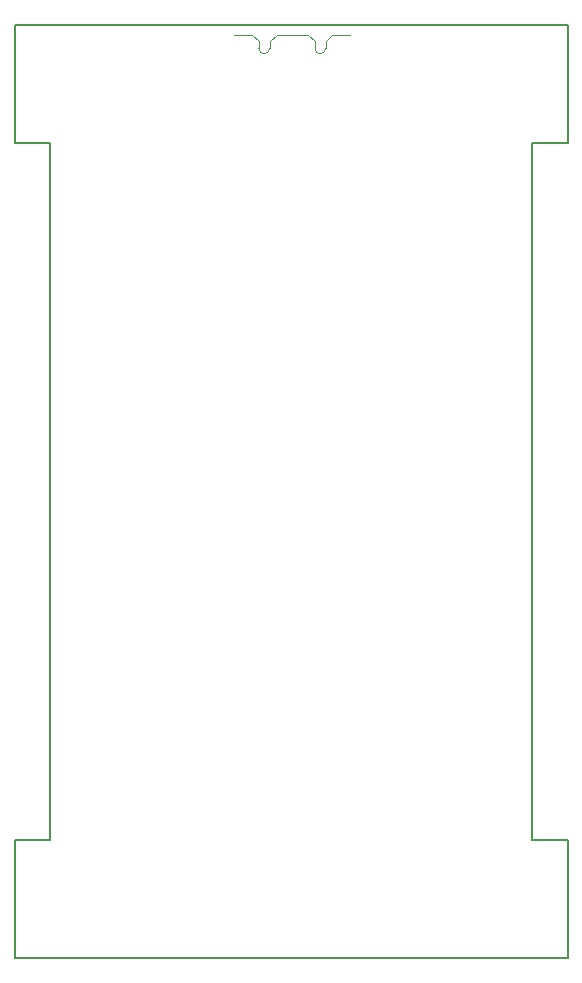
<source format=gbr>
%TF.GenerationSoftware,KiCad,Pcbnew,(6.0.6)*%
%TF.CreationDate,2022-08-01T23:51:55-07:00*%
%TF.ProjectId,Smart Floor Register,536d6172-7420-4466-9c6f-6f7220526567,rev?*%
%TF.SameCoordinates,Original*%
%TF.FileFunction,Profile,NP*%
%FSLAX46Y46*%
G04 Gerber Fmt 4.6, Leading zero omitted, Abs format (unit mm)*
G04 Created by KiCad (PCBNEW (6.0.6)) date 2022-08-01 23:51:55*
%MOMM*%
%LPD*%
G01*
G04 APERTURE LIST*
%TA.AperFunction,Profile*%
%ADD10C,0.200000*%
%TD*%
%TA.AperFunction,Profile*%
%ADD11C,0.010000*%
%TD*%
G04 APERTURE END LIST*
D10*
X147106400Y-137033876D02*
X147106400Y-147033876D01*
X100330000Y-67978000D02*
X100330000Y-77978000D01*
X147106400Y-67978000D02*
X147106400Y-77978000D01*
X100330000Y-137033876D02*
X103330000Y-137033876D01*
X144106400Y-137033876D02*
X144106400Y-77978000D01*
X100330000Y-137033876D02*
X103330000Y-137033876D01*
X147106400Y-147033876D02*
X100330000Y-147033876D01*
X144106400Y-137033876D02*
X144106400Y-77978000D01*
X100330000Y-67978000D02*
X147106400Y-67978000D01*
X103330000Y-137033876D02*
X103330000Y-77978000D01*
X103330000Y-137033876D02*
X103330000Y-77978000D01*
X100330000Y-137033876D02*
X100330000Y-147033876D01*
X147106400Y-137033876D02*
X147106400Y-147033876D01*
X103330000Y-77978000D02*
X100330000Y-77978000D01*
X144106400Y-77978000D02*
X147106400Y-77978000D01*
X100330000Y-67978000D02*
X100330000Y-77978000D01*
X147106400Y-147033876D02*
X100330000Y-147033876D01*
X147106400Y-137033876D02*
X144106400Y-137033876D01*
X103330000Y-77978000D02*
X100330000Y-77978000D01*
X144106400Y-77978000D02*
X147106400Y-77978000D01*
X100330000Y-67978000D02*
X147106400Y-67978000D01*
X147106400Y-137033876D02*
X144106400Y-137033876D01*
X100330000Y-137033876D02*
X100330000Y-147033876D01*
X147106400Y-67978000D02*
X147106400Y-77978000D01*
D11*
%TO.C,J3*%
X127200000Y-68834000D02*
X126625000Y-69334000D01*
X125725000Y-69984000D02*
X125725000Y-69334000D01*
X120975000Y-69984000D02*
X120975000Y-69334000D01*
X123800000Y-68834000D02*
X125100000Y-68834000D01*
X118900000Y-68834000D02*
X120400000Y-68834000D01*
X122500000Y-68834000D02*
X121875000Y-69334000D01*
X123800000Y-68834000D02*
X122500000Y-68834000D01*
X120400000Y-68834000D02*
X120975000Y-69334000D01*
X121875000Y-69984000D02*
X121875000Y-69334000D01*
X126625000Y-69984000D02*
X126625000Y-69334000D01*
X128700000Y-68834000D02*
X127200000Y-68834000D01*
X125100000Y-68834000D02*
X125725000Y-69334000D01*
X120975000Y-69984000D02*
G75*
G03*
X121875000Y-69984000I450000J0D01*
G01*
X125725000Y-69984000D02*
G75*
G03*
X126625000Y-69984000I450000J0D01*
G01*
%TD*%
M02*

</source>
